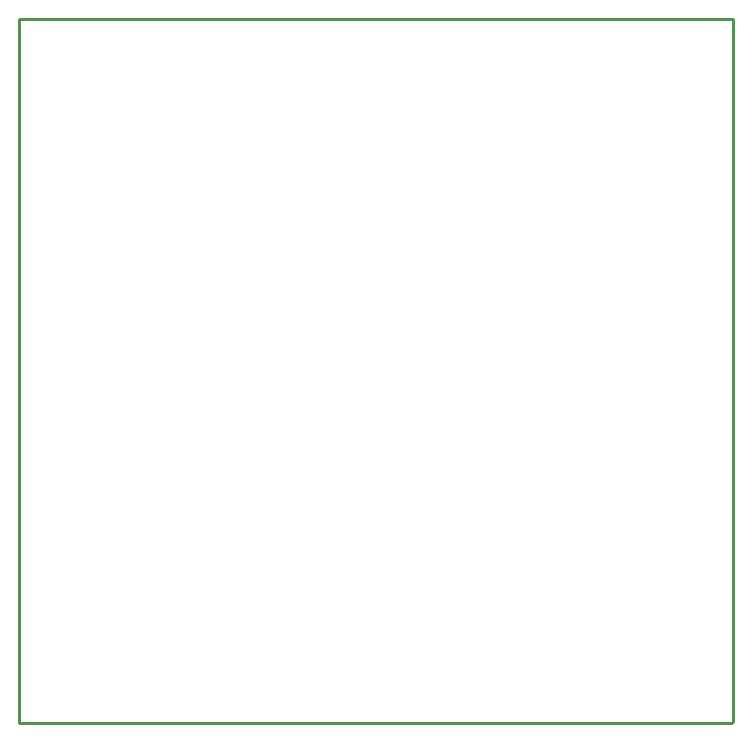
<source format=gko>
G04*
G04 #@! TF.GenerationSoftware,Altium Limited,Altium Designer,25.8.1 (18)*
G04*
G04 Layer_Color=16711935*
%FSLAX44Y44*%
%MOMM*%
G71*
G04*
G04 #@! TF.SameCoordinates,71B8C197-EE49-42B5-B996-358C315723FC*
G04*
G04*
G04 #@! TF.FilePolarity,Positive*
G04*
G01*
G75*
%ADD15C,0.2540*%
D15*
X958850Y852170D02*
X966470D01*
Y257810D02*
Y852170D01*
X965200Y256540D02*
X966470Y257810D01*
X361950Y256540D02*
X965200D01*
X361950D02*
Y852170D01*
X958850D01*
M02*

</source>
